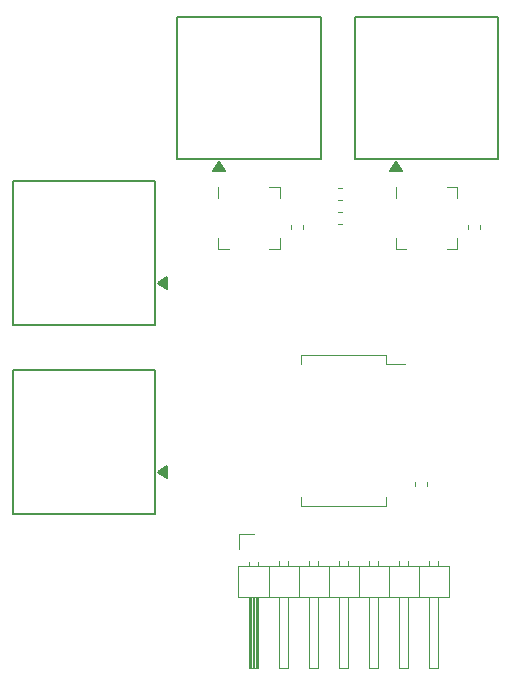
<source format=gbo>
G04 #@! TF.GenerationSoftware,KiCad,Pcbnew,(5.0.0)*
G04 #@! TF.CreationDate,2019-05-20T02:18:12+09:00*
G04 #@! TF.ProjectId,HeaterController_Controller,486561746572436F6E74726F6C6C6572,rev?*
G04 #@! TF.SameCoordinates,PX7f50c60PY34edce0*
G04 #@! TF.FileFunction,Legend,Bot*
G04 #@! TF.FilePolarity,Positive*
%FSLAX46Y46*%
G04 Gerber Fmt 4.6, Leading zero omitted, Abs format (unit mm)*
G04 Created by KiCad (PCBNEW (5.0.0)) date 05/20/19 02:18:12*
%MOMM*%
%LPD*%
G01*
G04 APERTURE LIST*
%ADD10C,0.120000*%
%ADD11C,0.150000*%
G04 APERTURE END LIST*
D10*
G04 #@! TO.C,J2*
X-8450000Y-17940000D02*
X9450000Y-17940000D01*
X9450000Y-17940000D02*
X9450000Y-20600000D01*
X9450000Y-20600000D02*
X-8450000Y-20600000D01*
X-8450000Y-20600000D02*
X-8450000Y-17940000D01*
X-7500000Y-20600000D02*
X-7500000Y-26600000D01*
X-7500000Y-26600000D02*
X-6740000Y-26600000D01*
X-6740000Y-26600000D02*
X-6740000Y-20600000D01*
X-7440000Y-20600000D02*
X-7440000Y-26600000D01*
X-7320000Y-20600000D02*
X-7320000Y-26600000D01*
X-7200000Y-20600000D02*
X-7200000Y-26600000D01*
X-7080000Y-20600000D02*
X-7080000Y-26600000D01*
X-6960000Y-20600000D02*
X-6960000Y-26600000D01*
X-6840000Y-20600000D02*
X-6840000Y-26600000D01*
X-7500000Y-17610000D02*
X-7500000Y-17940000D01*
X-6740000Y-17610000D02*
X-6740000Y-17940000D01*
X-5850000Y-17940000D02*
X-5850000Y-20600000D01*
X-4960000Y-20600000D02*
X-4960000Y-26600000D01*
X-4960000Y-26600000D02*
X-4200000Y-26600000D01*
X-4200000Y-26600000D02*
X-4200000Y-20600000D01*
X-4960000Y-17542929D02*
X-4960000Y-17940000D01*
X-4200000Y-17542929D02*
X-4200000Y-17940000D01*
X-3310000Y-17940000D02*
X-3310000Y-20600000D01*
X-2420000Y-20600000D02*
X-2420000Y-26600000D01*
X-2420000Y-26600000D02*
X-1660000Y-26600000D01*
X-1660000Y-26600000D02*
X-1660000Y-20600000D01*
X-2420000Y-17542929D02*
X-2420000Y-17940000D01*
X-1660000Y-17542929D02*
X-1660000Y-17940000D01*
X-770000Y-17940000D02*
X-770000Y-20600000D01*
X120000Y-20600000D02*
X120000Y-26600000D01*
X120000Y-26600000D02*
X880000Y-26600000D01*
X880000Y-26600000D02*
X880000Y-20600000D01*
X120000Y-17542929D02*
X120000Y-17940000D01*
X880000Y-17542929D02*
X880000Y-17940000D01*
X1770000Y-17940000D02*
X1770000Y-20600000D01*
X2660000Y-20600000D02*
X2660000Y-26600000D01*
X2660000Y-26600000D02*
X3420000Y-26600000D01*
X3420000Y-26600000D02*
X3420000Y-20600000D01*
X2660000Y-17542929D02*
X2660000Y-17940000D01*
X3420000Y-17542929D02*
X3420000Y-17940000D01*
X4310000Y-17940000D02*
X4310000Y-20600000D01*
X5200000Y-20600000D02*
X5200000Y-26600000D01*
X5200000Y-26600000D02*
X5960000Y-26600000D01*
X5960000Y-26600000D02*
X5960000Y-20600000D01*
X5200000Y-17542929D02*
X5200000Y-17940000D01*
X5960000Y-17542929D02*
X5960000Y-17940000D01*
X6850000Y-17940000D02*
X6850000Y-20600000D01*
X7740000Y-20600000D02*
X7740000Y-26600000D01*
X7740000Y-26600000D02*
X8500000Y-26600000D01*
X8500000Y-26600000D02*
X8500000Y-20600000D01*
X7740000Y-17542929D02*
X7740000Y-17940000D01*
X8500000Y-17542929D02*
X8500000Y-17940000D01*
X-7120000Y-15230000D02*
X-8390000Y-15230000D01*
X-8390000Y-15230000D02*
X-8390000Y-16500000D01*
D11*
G04 #@! TO.C,J3*
X-15500000Y2410000D02*
X-27500000Y2410000D01*
X-15500000Y14590000D02*
X-27500000Y14590000D01*
X-27500000Y2410000D02*
X-27500000Y14590000D01*
X-15500000Y2410000D02*
X-15500000Y14590000D01*
X-15214000Y5960000D02*
X-14452000Y6468000D01*
X-14452000Y6468000D02*
X-14452000Y5452000D01*
X-14452000Y5452000D02*
X-15214000Y5960000D01*
X-15023500Y5833000D02*
X-15023500Y6087000D01*
X-14896500Y5769500D02*
X-14896500Y6087000D01*
X-14896500Y6087000D02*
X-14896500Y6150500D01*
X-14769500Y5706000D02*
X-14769500Y6214000D01*
X-14642500Y6277500D02*
X-14642500Y5642500D01*
X-14579000Y5579000D02*
X-14579000Y6341000D01*
G04 #@! TO.C,J4*
X-14579000Y-10421000D02*
X-14579000Y-9659000D01*
X-14642500Y-9722500D02*
X-14642500Y-10357500D01*
X-14769500Y-10294000D02*
X-14769500Y-9786000D01*
X-14896500Y-9913000D02*
X-14896500Y-9849500D01*
X-14896500Y-10230500D02*
X-14896500Y-9913000D01*
X-15023500Y-10167000D02*
X-15023500Y-9913000D01*
X-14452000Y-10548000D02*
X-15214000Y-10040000D01*
X-14452000Y-9532000D02*
X-14452000Y-10548000D01*
X-15214000Y-10040000D02*
X-14452000Y-9532000D01*
X-15500000Y-13590000D02*
X-15500000Y-1410000D01*
X-27500000Y-13590000D02*
X-27500000Y-1410000D01*
X-15500000Y-1410000D02*
X-27500000Y-1410000D01*
X-15500000Y-13590000D02*
X-27500000Y-13590000D01*
G04 #@! TO.C,J5*
X-13590000Y16500000D02*
X-13590000Y28500000D01*
X-1410000Y16500000D02*
X-1410000Y28500000D01*
X-13590000Y28500000D02*
X-1410000Y28500000D01*
X-13590000Y16500000D02*
X-1410000Y16500000D01*
X-10040000Y16214000D02*
X-9532000Y15452000D01*
X-9532000Y15452000D02*
X-10548000Y15452000D01*
X-10548000Y15452000D02*
X-10040000Y16214000D01*
X-10167000Y16023500D02*
X-9913000Y16023500D01*
X-10230500Y15896500D02*
X-9913000Y15896500D01*
X-9913000Y15896500D02*
X-9849500Y15896500D01*
X-10294000Y15769500D02*
X-9786000Y15769500D01*
X-9722500Y15642500D02*
X-10357500Y15642500D01*
X-10421000Y15579000D02*
X-9659000Y15579000D01*
G04 #@! TO.C,J6*
X4579000Y15579000D02*
X5341000Y15579000D01*
X5277500Y15642500D02*
X4642500Y15642500D01*
X4706000Y15769500D02*
X5214000Y15769500D01*
X5087000Y15896500D02*
X5150500Y15896500D01*
X4769500Y15896500D02*
X5087000Y15896500D01*
X4833000Y16023500D02*
X5087000Y16023500D01*
X4452000Y15452000D02*
X4960000Y16214000D01*
X5468000Y15452000D02*
X4452000Y15452000D01*
X4960000Y16214000D02*
X5468000Y15452000D01*
X1410000Y16500000D02*
X13590000Y16500000D01*
X1410000Y28500000D02*
X13590000Y28500000D01*
X13590000Y16500000D02*
X13590000Y28500000D01*
X1410000Y16500000D02*
X1410000Y28500000D01*
D10*
G04 #@! TO.C,C1*
X7510000Y-10837221D02*
X7510000Y-11162779D01*
X6490000Y-10837221D02*
X6490000Y-11162779D01*
G04 #@! TO.C,C2*
X-2990000Y10549721D02*
X-2990000Y10875279D01*
X-4010000Y10549721D02*
X-4010000Y10875279D01*
G04 #@! TO.C,C3*
X12010000Y10549721D02*
X12010000Y10875279D01*
X10990000Y10549721D02*
X10990000Y10875279D01*
G04 #@! TO.C,R1*
X49721Y14010000D02*
X375279Y14010000D01*
X49721Y12990000D02*
X375279Y12990000D01*
G04 #@! TO.C,R2*
X49721Y10990000D02*
X375279Y10990000D01*
X49721Y12010000D02*
X375279Y12010000D01*
G04 #@! TO.C,U1*
X5725000Y-860000D02*
X4110000Y-860000D01*
X4110000Y-860000D02*
X4110000Y-140000D01*
X4110000Y-140000D02*
X-3110000Y-140000D01*
X-3110000Y-140000D02*
X-3110000Y-860000D01*
X4110000Y-12140000D02*
X4110000Y-12860000D01*
X4110000Y-12860000D02*
X-3110000Y-12860000D01*
X-3110000Y-12860000D02*
X-3110000Y-12140000D01*
G04 #@! TO.C,U2*
X-10110000Y13210000D02*
X-10110000Y14110000D01*
X-4890000Y8890000D02*
X-5790000Y8890000D01*
X-4890000Y9790000D02*
X-4890000Y8890000D01*
X-4890000Y14110000D02*
X-5790000Y14110000D01*
X-4890000Y13210000D02*
X-4890000Y14110000D01*
X-10110000Y8890000D02*
X-9210000Y8890000D01*
X-10110000Y9790000D02*
X-10110000Y8890000D01*
G04 #@! TO.C,U3*
X4890000Y9790000D02*
X4890000Y8890000D01*
X4890000Y8890000D02*
X5790000Y8890000D01*
X10110000Y13210000D02*
X10110000Y14110000D01*
X10110000Y14110000D02*
X9210000Y14110000D01*
X10110000Y9790000D02*
X10110000Y8890000D01*
X10110000Y8890000D02*
X9210000Y8890000D01*
X4890000Y13210000D02*
X4890000Y14110000D01*
G04 #@! TD*
M02*

</source>
